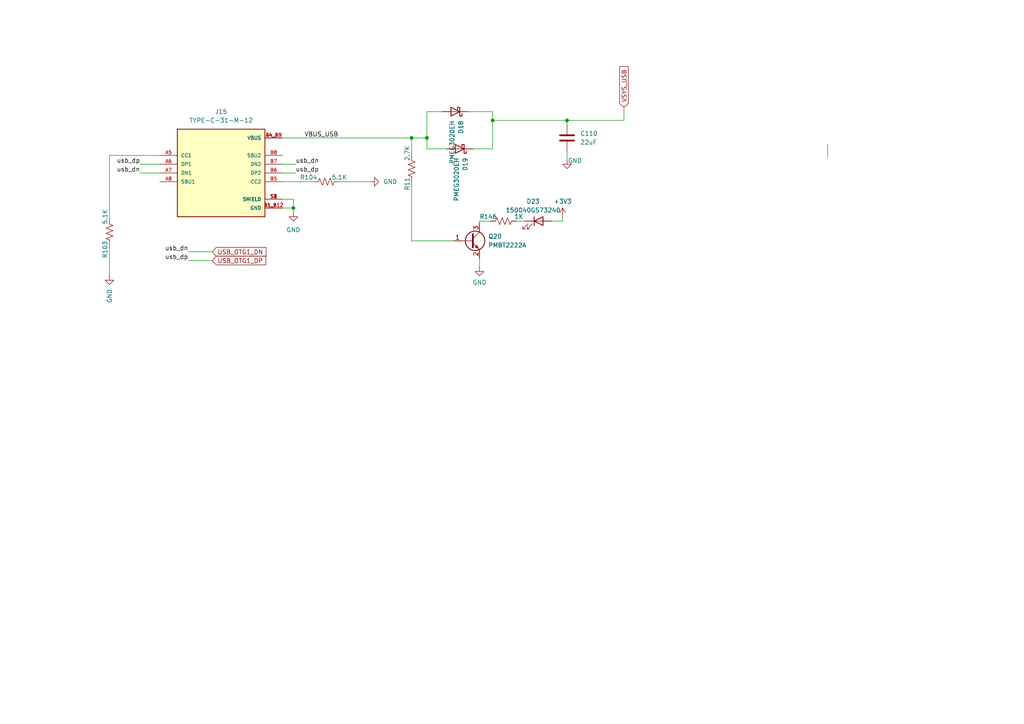
<source format=kicad_sch>
(kicad_sch (version 20250114) (generator "eeschema") (generator_version "9.0")
  (paper "A4")
  (lib_symbols
    (symbol "Device:C" (pin_numbers (hide yes)) (pin_names (offset 0.254))
      (property "Reference" "C" (at 0.635 2.54 0))
      (property "Value" "C" (at 0.635 -2.54 0))
      (symbol "C_0_1"
        (polyline (pts (xy -2.032 0.762) (xy 2.032 0.762)) (stroke (width 0.508)))
        (polyline (pts (xy -2.032 -0.762) (xy 2.032 -0.762)) (stroke (width 0.508)))
      )
      (symbol "C_1_1"
        (pin passive line (at 0 3.81 270) (length 2.794) (name "~") (number "1"))
        (pin passive line (at 0 -3.81 90) (length 2.794) (name "~") (number "2"))
      )
    )
    (symbol "Device:D_Schottky" (pin_numbers (hide yes)) (pin_names (offset 1.016) (hide yes))
      (property "Reference" "D" (at 0 2.54 0))
      (property "Value" "D_Schottky" (at 0 -2.54 0))
      (symbol "D_Schottky_0_1"
        (polyline (pts (xy -1.905 0.635) (xy -1.905 1.27) (xy -1.27 1.27) (xy -1.27 -1.27) (xy -0.635 -1.27) (xy -0.635 -0.635)) (stroke (width 0.254)))
        (polyline (pts (xy 1.27 1.27) (xy 1.27 -1.27) (xy -1.27 0) (xy 1.27 1.27)) (stroke (width 0.254)))
        (polyline (pts (xy 1.27 0) (xy -1.27 0)))
      )
      (symbol "D_Schottky_1_1"
        (pin passive line (at -3.81 0 0) (length 2.54) (name "K") (number "1"))
        (pin passive line (at 3.81 0 180) (length 2.54) (name "A") (number "2"))
      )
    )
    (symbol "Device:R_US" (pin_numbers (hide yes)) (pin_names (offset 0))
      (property "Reference" "R" (at 2.54 0 90))
      (property "Value" "R_US" (at -2.54 0 90))
      (symbol "R_US_0_1"
        (polyline (pts (xy 0 2.286) (xy 0 2.54)))
        (polyline (pts (xy 0 2.286) (xy 1.016 1.905) (xy 0 1.524) (xy -1.016 1.143) (xy 0 0.762)))
        (polyline (pts (xy 0 0.762) (xy 1.016 0.381) (xy 0 0) (xy -1.016 -0.381) (xy 0 -0.762)))
        (polyline (pts (xy 0 -0.762) (xy 1.016 -1.143) (xy 0 -1.524) (xy -1.016 -1.905) (xy 0 -2.286)))
        (polyline (pts (xy 0 -2.286) (xy 0 -2.54)))
      )
      (symbol "R_US_1_1"
        (pin passive line (at 0 3.81 270) (length 1.27) (name "~") (number "1"))
        (pin passive line (at 0 -3.81 90) (length 1.27) (name "~") (number "2"))
      )
    )
    (symbol "LED_1" (pin_numbers (hide yes)) (pin_names (offset 1.016) (hide yes))
      (property "Reference" "D" (at 0 2.54 0))
      (property "Value" "LED" (at 0 -2.54 0))
      (symbol "LED_1_0_1"
        (polyline (pts (xy -3.048 -0.762) (xy -4.572 -2.286) (xy -3.81 -2.286) (xy -4.572 -2.286) (xy -4.572 -1.524)))
        (polyline (pts (xy -1.778 -0.762) (xy -3.302 -2.286) (xy -2.54 -2.286) (xy -3.302 -2.286) (xy -3.302 -1.524)))
        (polyline (pts (xy -1.27 0) (xy 1.27 0)))
        (polyline (pts (xy -1.27 -1.27) (xy -1.27 1.27)) (stroke (width 0.254)))
        (polyline (pts (xy 1.27 -1.27) (xy 1.27 1.27) (xy -1.27 0) (xy 1.27 -1.27)) (stroke (width 0.254)))
      )
      (symbol "LED_1_1_1"
        (pin passive line (at -3.81 0 0) (length 2.54) (name "K") (number "1"))
        (pin passive line (at 3.81 0 180) (length 2.54) (name "A") (number "2"))
      )
    )
    (symbol "TYPE-C-31-M-12:TYPE-C-31-M-12" (pin_names (offset 1.016))
      (property "Reference" "J" (at -12.7 13.462 0))
      (property "Value" "TYPE-C-31-M-12" (at -12.7 -13.462 0))
      (symbol "TYPE-C-31-M-12_0_0"
        (rectangle (start -12.7 -12.7) (end 12.7 12.7) (stroke (width 0.254)) (fill (type background)))
        (pin bidirectional line (at -17.78 5.08 0) (length 5.08) (name "CC1") (number "A5"))
        (pin bidirectional line (at -17.78 2.54 0) (length 5.08) (name "DP1") (number "A6"))
        (pin bidirectional line (at -17.78 0 0) (length 5.08) (name "DN1") (number "A7"))
        (pin bidirectional line (at -17.78 -2.54 0) (length 5.08) (name "SBU1") (number "A8"))
        (pin power_in line (at 17.78 10.16 180) (length 5.08) (name "VBUS") (number "A4_B9"))
        (pin power_in line (at 17.78 10.16 180) (length 5.08) (name "VBUS") (number "B4_A9"))
        (pin bidirectional line (at 17.78 5.08 180) (length 5.08) (name "SBU2") (number "B8"))
        (pin bidirectional line (at 17.78 2.54 180) (length 5.08) (name "DN2") (number "B7"))
        (pin bidirectional line (at 17.78 0 180) (length 5.08) (name "DP2") (number "B6"))
        (pin bidirectional line (at 17.78 -2.54 180) (length 5.08) (name "CC2") (number "B5"))
        (pin passive line (at 17.78 -7.62 180) (length 5.08) (name "SHIELD") (number "S1"))
        (pin passive line (at 17.78 -7.62 180) (length 5.08) (name "SHIELD") (number "S2"))
        (pin passive line (at 17.78 -7.62 180) (length 5.08) (name "SHIELD") (number "S3"))
        (pin passive line (at 17.78 -7.62 180) (length 5.08) (name "SHIELD") (number "S4"))
        (pin power_in line (at 17.78 -10.16 180) (length 5.08) (name "GND") (number "A1_B12"))
        (pin power_in line (at 17.78 -10.16 180) (length 5.08) (name "GND") (number "B1_A12"))
      )
    )
    (symbol "Transistor_BJT:Q_NPN_BEC" (pin_names (offset 0) (hide yes))
      (property "Reference" "Q" (at 5.08 1.27 0))
      (property "Value" "Q_NPN_BEC" (at 5.08 -1.27 0))
      (symbol "Q_NPN_BEC_0_1"
        (polyline (pts (xy -2.54 0) (xy 0.635 0)))
        (polyline (pts (xy 0.635 1.905) (xy 0.635 -1.905)) (stroke (width 0.508)))
        (circle (center 1.27 0) (radius 2.8194) (stroke (width 0.254)))
      )
      (symbol "Q_NPN_BEC_1_1"
        (polyline (pts (xy 0.635 0.635) (xy 2.54 2.54)))
        (polyline (pts (xy 0.635 -0.635) (xy 2.54 -2.54)))
        (polyline (pts (xy 1.27 -1.778) (xy 1.778 -1.27) (xy 2.286 -2.286) (xy 1.27 -1.778)) (fill (type outline)))
        (pin input line (at -5.08 0 0) (length 2.54) (name "B") (number "1"))
        (pin passive line (at 2.54 5.08 270) (length 2.54) (name "C") (number "3"))
        (pin passive line (at 2.54 -5.08 90) (length 2.54) (name "E") (number "2"))
      )
    )
    (symbol "power:+3V3" (power) (pin_numbers (hide yes)) (pin_names (offset 0) (hide yes))
      (property "Value" "+3V3" (at 0 3.556 0))
      (symbol "+3V3_0_1"
        (polyline (pts (xy -0.762 1.27) (xy 0 2.54)))
        (polyline (pts (xy 0 2.54) (xy 0.762 1.27)))
        (polyline (pts (xy 0 0) (xy 0 2.54)))
      )
      (symbol "+3V3_1_1"
        (pin power_in line (at 0 0 90) (length 0) (name "~") (number "1"))
      )
    )
    (symbol "power:GND" (power) (pin_numbers (hide yes)) (pin_names (offset 0) (hide yes))
      (property "Value" "GND" (at 0 -3.81 0))
      (symbol "GND_0_1"
        (polyline (pts (xy 0 0) (xy 0 -1.27) (xy 1.27 -1.27) (xy 0 -2.54) (xy -1.27 -1.27) (xy 0 -1.27)))
      )
      (symbol "GND_1_1"
        (pin power_in line (at 0 0 270) (length 0) (name "~") (number "1"))
      )
    )
  )
  (junction (at 119.38 40.005))
  (junction (at 85.09 60.325))
  (junction (at 164.465 34.925))
  (junction (at 142.875 34.925))
  (junction (at 123.825 40.005))
  (wire (pts (xy 142.24 64.135) (xy 139.065 64.135)))
  (wire (pts (xy 54.61 73.025) (xy 61.595 73.025)))
  (wire (pts (xy 142.875 43.18) (xy 142.875 34.925)))
  (wire (pts (xy 163.195 62.865) (xy 163.195 64.135)))
  (wire (pts (xy 137.16 43.18) (xy 142.875 43.18)))
  (wire (pts (xy 31.75 45.085) (xy 31.75 63.5)))
  (wire (pts (xy 123.825 32.385) (xy 123.825 40.005)))
  (wire (pts (xy 31.75 45.085) (xy 46.355 45.085)))
  (wire (pts (xy 81.915 60.325) (xy 85.09 60.325)))
  (wire (pts (xy 40.64 47.625) (xy 46.355 47.625)))
  (wire (pts (xy 81.915 40.005) (xy 119.38 40.005)))
  (wire (pts (xy 81.915 52.705) (xy 90.805 52.705)))
  (wire (pts (xy 31.75 71.12) (xy 31.75 80.01)))
  (wire (pts (xy 119.38 40.005) (xy 119.38 45.085)))
  (wire (pts (xy 240.03 45.72) (xy 240.03 41.91)))
  (wire (pts (xy 119.38 40.005) (xy 123.825 40.005)))
  (wire (pts (xy 142.875 34.925) (xy 164.465 34.925)))
  (wire (pts (xy 81.915 50.165) (xy 85.725 50.165)))
  (wire (pts (xy 40.64 50.165) (xy 46.355 50.165)))
  (wire (pts (xy 85.09 60.325) (xy 85.09 61.595)))
  (wire (pts (xy 160.02 64.135) (xy 163.195 64.135)))
  (wire (pts (xy 54.61 75.565) (xy 61.595 75.565)))
  (wire (pts (xy 139.065 64.135) (xy 139.065 64.77)))
  (wire (pts (xy 123.825 43.18) (xy 129.54 43.18)))
  (wire (pts (xy 81.915 57.785) (xy 85.09 57.785)))
  (wire (pts (xy 180.975 31.115) (xy 180.975 34.925)))
  (wire (pts (xy 164.465 46.355) (xy 164.465 43.815)))
  (wire (pts (xy 164.465 34.925) (xy 180.975 34.925)))
  (wire (pts (xy 81.915 47.625) (xy 85.725 47.625)))
  (wire (pts (xy 123.825 43.18) (xy 123.825 40.005)))
  (wire (pts (xy 164.465 34.925) (xy 164.465 36.195)))
  (wire (pts (xy 142.875 34.925) (xy 142.875 32.385)))
  (wire (pts (xy 119.38 69.85) (xy 131.445 69.85)))
  (wire (pts (xy 139.065 74.93) (xy 139.065 77.47)))
  (wire (pts (xy 98.425 52.705) (xy 107.315 52.705)))
  (wire (pts (xy 149.86 64.135) (xy 152.4 64.135)))
  (wire (pts (xy 128.27 32.385) (xy 123.825 32.385)))
  (wire (pts (xy 142.875 32.385) (xy 135.89 32.385)))
  (wire (pts (xy 119.38 52.705) (xy 119.38 69.85)))
  (wire (pts (xy 85.09 57.785) (xy 85.09 60.325)))
  (label "usb_dn" (at 40.64 50.165 180))
  (label "VBUS_USB" (at 88.265 40.005 0))
  (label "usb_dp" (at 85.725 50.165 0))
  (label "usb_dn" (at 54.61 73.025 180))
  (label "usb_dn" (at 85.725 47.625 0))
  (label "usb_dp" (at 40.64 47.625 180))
  (label "usb_dp" (at 54.61 75.565 180))
  (global_label "USB_OTG1_DN" (shape input) (at 61.595 73.025 0) (property "Intersheetrefs" "${INTERSHEET_REFS}" (effects (hide yes))))
  (global_label "VSYS_USB" (shape input) (at 180.975 31.115 90) (property "Intersheetrefs" "${INTERSHEET_REFS}" (effects (hide yes))))
  (global_label "USB_OTG1_DP" (shape input) (at 61.595 75.565 0) (property "Intersheetrefs" "${INTERSHEET_REFS}" (effects (hide yes))))
  (symbol (lib_id "Transistor_BJT:Q_NPN_BEC") (at 136.525 69.85 0) (unit 1)
    (property "Reference" "Q20" (at 141.605 68.5799 0) (effects (justify left)))
    (property "Value" "PMBT2222A" (at 141.605 71.1199 0) (effects (justify left)))
    (property "Footprint" "Package_TO_SOT_SMD:SOT-23" (effects (hide yes)))
    (property "Description" "NPN transistor, base/emitter/collector" (effects (hide yes)))
  )
  (symbol (lib_id "power:GND") (at 107.315 52.705 90) (unit 1)
    (property "Reference" "#PWR0175" (effects (hide yes)))
    (property "Value" "GND" (at 111.125 52.7049 90) (effects (justify right)))
    (property "Description" "Power symbol creates a global label with name \"GND\" , ground" (effects (hide yes)))
  )
  (symbol (lib_id "Device:D_Schottky") (at 133.35 43.18 180) (unit 1)
    (property "Reference" "D19" (at 134.9376 45.72 90) (effects (justify left)))
    (property "Value" "PMEG3020EH" (at 132.3976 45.72 90) (effects (justify left)))
    (property "Footprint" "Diode_SMD:D_SOD-123F" (effects (hide yes)))
    (property "Description" "Schottky diode" (effects (hide yes)))
  )
  (symbol (lib_id "TYPE-C-31-M-12:TYPE-C-31-M-12") (at 64.135 50.165 0) (unit 1)
    (property "Reference" "J15" (at 64.135 32.385 0))
    (property "Value" "TYPE-C-31-M-12" (at 64.135 34.925 0))
    (property "Footprint" "footprints:HRO_TYPE-C-31-M-12" (effects (hide yes)))
    (property "MF" "HRO Electronics Co., Ltd." (effects (hide yes)))
    (property "MAXIMUM_PACKAGE_HEIGHT" "3.26 mm" (effects (hide yes)))
    (property "Package" "Package" (effects (hide yes)))
    (property "Price" "None" (effects (hide yes)))
    (property "Check_prices" "https://www.snapeda.com/parts/TYPE-C-31-M-12/HRO+Electronics+Co.%252C+Ltd./view-part/?ref=eda" (effects (hide yes)))
    (property "STANDARD" "Manufacturer Recommendations" (effects (hide yes)))
    (property "PARTREV" "2020.12.08" (effects (hide yes)))
    (property "SnapEDA_Link" "https://www.snapeda.com/parts/TYPE-C-31-M-12/HRO+Electronics+Co.%252C+Ltd./view-part/?ref=snap" (effects (hide yes)))
    (property "MP" "TYPE-C-31-M-12" (effects (hide yes)))
    (property "Description_1" "USB Connectors 24 Receptacle 1 8.94*7.3mm RoHS" (effects (hide yes)))
    (property "SNAPEDA_PN" "TYPE-C-31-M-12" (effects (hide yes)))
    (property "Availability" "Not in stock" (effects (hide yes)))
    (property "MANUFACTURER" "HRO Electronics Co., Ltd." (effects (hide yes)))
  )
  (symbol (lib_id "power:GND") (at 31.75 80.01 0) (unit 1)
    (property "Reference" "#PWR0173" (effects (hide yes)))
    (property "Value" "GND" (at 31.7501 83.82 90) (effects (justify right)))
    (property "Description" "Power symbol creates a global label with name \"GND\" , ground" (effects (hide yes)))
  )
  (symbol (lib_id "Device:C") (at 164.465 40.005 0) (unit 1)
    (property "Reference" "C110" (at 168.275 38.7349 0) (effects (justify left)))
    (property "Value" "22uF" (at 168.275 41.2749 0) (effects (justify left)))
    (property "Footprint" "Capacitor_SMD:C_0603_1608Metric" (effects (hide yes)))
    (property "Description" "Unpolarized capacitor" (effects (hide yes)))
  )
  (symbol (lib_id "Device:D_Schottky") (at 132.08 32.385 180) (unit 1)
    (property "Reference" "D18" (at 133.6676 34.925 90) (effects (justify left)))
    (property "Value" "PMEG3020EH" (at 131.1276 34.925 90) (effects (justify left)))
    (property "Footprint" "Diode_SMD:D_SOD-123F" (effects (hide yes)))
    (property "Description" "Schottky diode" (effects (hide yes)))
  )
  (symbol (lib_id "Device:R_US") (at 31.75 67.31 180) (unit 1)
    (property "Reference" "R103" (at 30.48 72.39 90))
    (property "Value" "5.1K" (at 30.48 62.865 90))
    (property "Footprint" "Resistor_SMD:R_0402_1005Metric" (effects (hide yes)))
    (property "Description" "Resistor, US symbol" (effects (hide yes)))
  )
  (symbol (lib_id "Device:R_US") (at 119.38 48.895 180) (unit 1)
    (property "Reference" "R11" (at 118.11 53.34 90))
    (property "Value" "2.7K" (at 118.11 44.45 90))
    (property "Footprint" "Resistor_SMD:R_0402_1005Metric" (effects (hide yes)))
    (property "Description" "Resistor, US symbol" (effects (hide yes)))
  )
  (symbol (lib_id "power:+3V3") (at 163.195 62.865 0) (unit 1)
    (property "Reference" "#PWR0253" (effects (hide yes)))
    (property "Value" "+3V3" (at 163.195 58.42 0))
    (property "Description" "Power symbol creates a global label with name \"+3V3\"" (effects (hide yes)))
  )
  (symbol (lib_name "LED_1") (lib_id "Device:LED") (at 156.21 64.135 0) (unit 1)
    (property "Reference" "D23" (at 154.6225 58.42 0))
    (property "Value" "150040GS73240" (at 154.6225 60.96 0))
    (property "Footprint" "LED_SMD:LED_0402_1005Metric" (effects (hide yes)))
    (property "Description" "Light emitting diode" (effects (hide yes)))
    (property "Sim.Pins" "1=K 2=A" (effects (hide yes)))
  )
  (symbol (lib_id "power:GND") (at 85.09 61.595 0) (unit 1)
    (property "Reference" "#PWR0174" (effects (hide yes)))
    (property "Value" "GND" (at 85.09 66.675 0))
    (property "Description" "Power symbol creates a global label with name \"GND\" , ground" (effects (hide yes)))
  )
  (symbol (lib_id "power:GND") (at 139.065 77.47 0) (unit 1)
    (property "Reference" "#PWR0249" (effects (hide yes)))
    (property "Value" "GND" (at 139.065 81.915 0))
    (property "Description" "Power symbol creates a global label with name \"GND\" , ground" (effects (hide yes)))
  )
  (symbol (lib_id "Device:R_US") (at 146.05 64.135 90) (unit 1)
    (property "Reference" "R146" (at 141.605 62.865 90))
    (property "Value" "1K" (at 150.495 62.865 90))
    (property "Footprint" "Resistor_SMD:R_0402_1005Metric" (effects (hide yes)))
    (property "Description" "Resistor, US symbol" (effects (hide yes)))
  )
  (symbol (lib_id "power:GND") (at 164.465 46.355 0) (unit 1)
    (property "Reference" "#PWR0176" (effects (hide yes)))
    (property "Value" "GND" (at 166.751 46.609 0))
    (property "Description" "Power symbol creates a global label with name \"GND\" , ground" (effects (hide yes)))
  )
  (symbol (lib_id "Device:R_US") (at 94.615 52.705 270) (unit 1)
    (property "Reference" "R104" (at 89.535 51.435 90))
    (property "Value" "5.1K" (at 98.425 51.435 90))
    (property "Footprint" "Resistor_SMD:R_0402_1005Metric" (effects (hide yes)))
    (property "Description" "Resistor, US symbol" (effects (hide yes)))
  )
)
</source>
